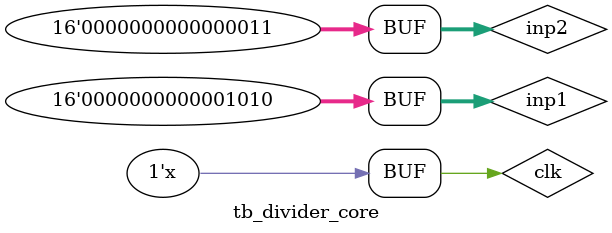
<source format=v>
`timescale 1ns / 1ps


module tb_divider_core;

	// Inputs
	reg [15:0] inp1;
	reg [15:0] inp2;
	reg clk;

	// Outputs
	wire [15:0] oup;
	wire [15:0] frac;
	wire rfd;

	// Instantiate the Unit Under Test (UUT)
	division_mod uut (
		.inp1(inp1), 
		.inp2(inp2), 
		.clk(clk), 
		.oup(oup), 
		.frac(frac), 
		.rfd(rfd)
	);
always
 #5 clk = ~clk;
	initial begin
		// Initialize Inputs
		inp1 = 0;
		inp2 = 0;
		clk = 0;

		// Wait 100 ns for global reset to finish
		#100;
		
		inp1 = 10;
		inp2 = 2;
		
		#100;
		
		inp1 = 8;
		inp2 = 2;
		
		#100;
		
		inp1 = 10;
		inp2 = 3;
        
		// Add stimulus here

	end
      
endmodule


</source>
